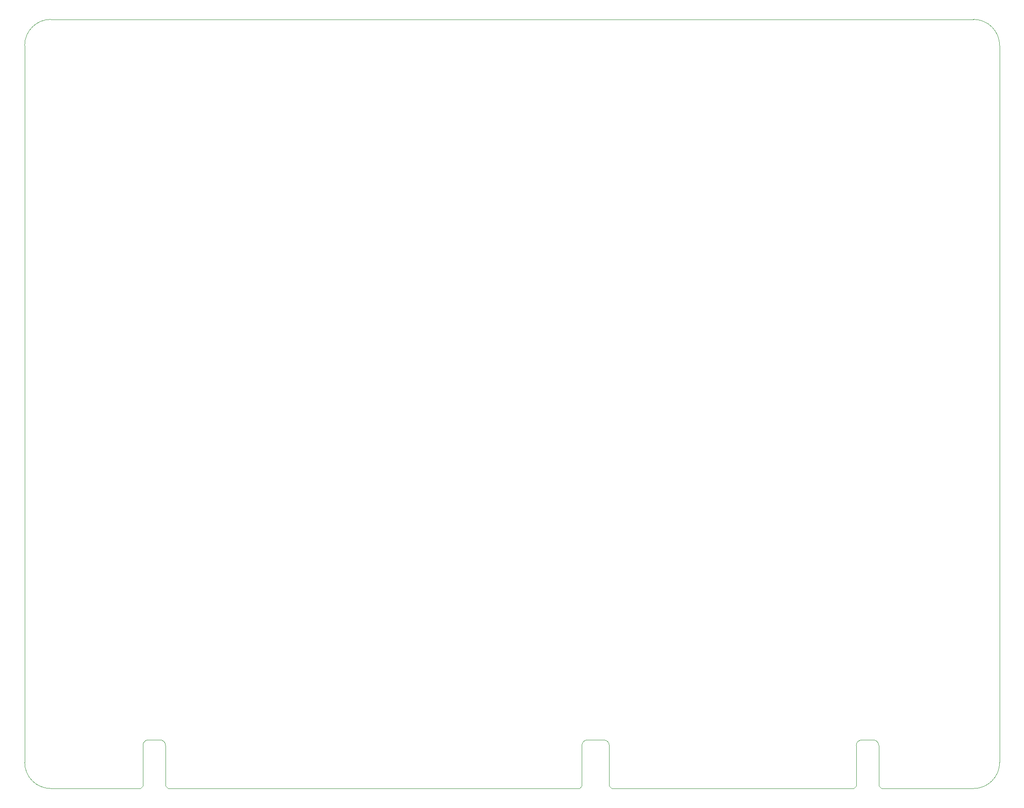
<source format=gm1>
%TF.GenerationSoftware,KiCad,Pcbnew,8.0.7*%
%TF.CreationDate,2025-01-03T11:27:41+02:00*%
%TF.ProjectId,Audio Board,41756469-6f20-4426-9f61-72642e6b6963,V0*%
%TF.SameCoordinates,Original*%
%TF.FileFunction,Profile,NP*%
%FSLAX46Y46*%
G04 Gerber Fmt 4.6, Leading zero omitted, Abs format (unit mm)*
G04 Created by KiCad (PCBNEW 8.0.7) date 2025-01-03 11:27:41*
%MOMM*%
%LPD*%
G01*
G04 APERTURE LIST*
%TA.AperFunction,Profile*%
%ADD10C,0.100000*%
%TD*%
G04 APERTURE END LIST*
D10*
X160078801Y-1D02*
G75*
G02*
X154998801Y-5080001I-5080001J1D01*
G01*
X154990799Y144907000D02*
G75*
G02*
X160070800Y139827000I1J-5080000D01*
G01*
X-7366000Y-5080000D02*
X-24841200Y-5080000D01*
X-24841200Y-5080000D02*
G75*
G02*
X-29921200Y0I0J5080000D01*
G01*
X154990799Y144907000D02*
X-24849200Y144907000D01*
X160078800Y-1D02*
X160070799Y139827000D01*
X-29929200Y139827000D02*
G75*
G02*
X-24849200Y144907000I5080000J0D01*
G01*
X154998801Y-5080001D02*
X137020800Y-5080000D01*
X-29921200Y0D02*
X-29929200Y139827000D01*
%TO.C,J5*%
X-6866000Y3333000D02*
X-6866000Y-4580000D01*
X-6866000Y-4580000D02*
X-7366000Y-5080000D01*
X-3556000Y4399799D02*
X-5788952Y4399799D01*
X-2478952Y3333000D02*
X-2478952Y-4580000D01*
X-2478952Y-4580000D02*
X-1978952Y-5080000D01*
X78174048Y-5080000D02*
X-1978952Y-5080000D01*
X78674048Y3320000D02*
X78674048Y-4580000D01*
X78674048Y-4580000D02*
X78174048Y-5080000D01*
X79751096Y4386799D02*
X82931000Y4386799D01*
X84008048Y3320000D02*
X84008048Y-4580000D01*
X84008048Y-4580000D02*
X84508048Y-5080000D01*
X131633048Y-5080000D02*
X84508048Y-5080000D01*
X132133048Y3320000D02*
X132133048Y-4580000D01*
X132133048Y-4580000D02*
X131633048Y-5080000D01*
X133210096Y4386799D02*
X135443048Y4386799D01*
X136520096Y3320000D02*
X136520096Y-4580000D01*
X136520096Y-4580000D02*
X137020096Y-5080000D01*
X-6866000Y3333000D02*
G75*
G02*
X-5788952Y4399799I1071932J-5133D01*
G01*
X-3556000Y4399799D02*
G75*
G02*
X-2478951Y3333000I5130J-1071919D01*
G01*
X78674048Y3320000D02*
G75*
G02*
X79751096Y4386852I1071952J-5100D01*
G01*
X82931000Y4386799D02*
G75*
G02*
X84007999Y3320000I5100J-1071899D01*
G01*
X132133048Y3320000D02*
G75*
G02*
X133210096Y4386852I1071952J-5100D01*
G01*
X135443048Y4386799D02*
G75*
G02*
X136520099Y3320000I5152J-1071899D01*
G01*
%TD*%
M02*

</source>
